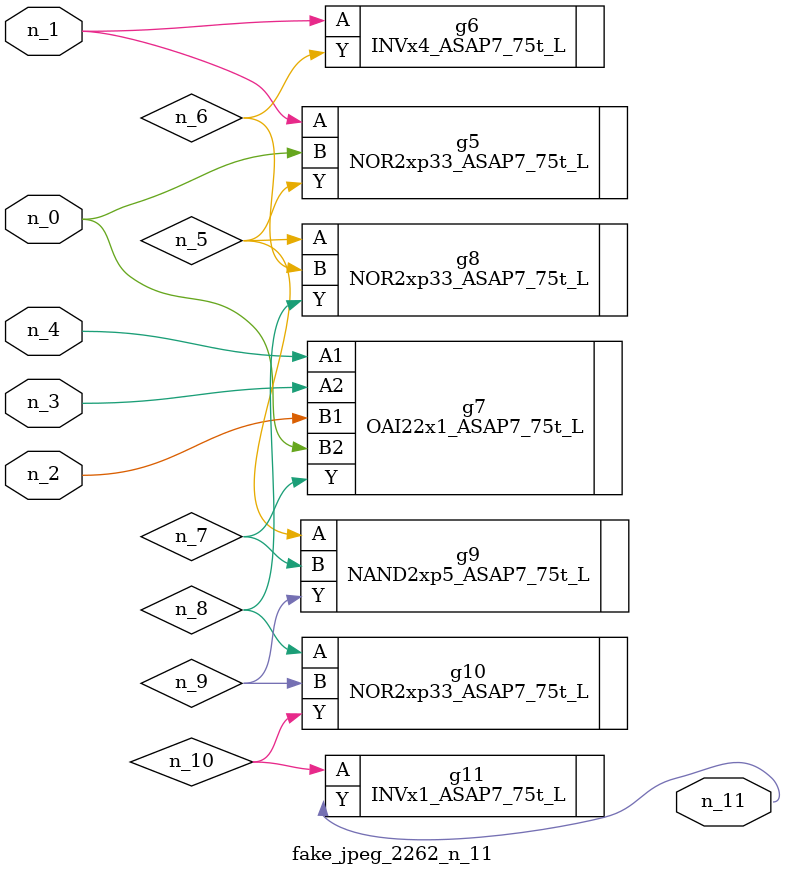
<source format=v>
module fake_jpeg_2262_n_11 (n_3, n_2, n_1, n_0, n_4, n_11);

input n_3;
input n_2;
input n_1;
input n_0;
input n_4;

output n_11;

wire n_10;
wire n_8;
wire n_9;
wire n_6;
wire n_5;
wire n_7;

NOR2xp33_ASAP7_75t_L g5 ( 
.A(n_1),
.B(n_0),
.Y(n_5)
);

INVx4_ASAP7_75t_L g6 ( 
.A(n_1),
.Y(n_6)
);

OAI22x1_ASAP7_75t_L g7 ( 
.A1(n_4),
.A2(n_3),
.B1(n_2),
.B2(n_0),
.Y(n_7)
);

NOR2xp33_ASAP7_75t_L g8 ( 
.A(n_5),
.B(n_6),
.Y(n_8)
);

NOR2xp33_ASAP7_75t_L g10 ( 
.A(n_8),
.B(n_9),
.Y(n_10)
);

NAND2xp5_ASAP7_75t_L g9 ( 
.A(n_5),
.B(n_7),
.Y(n_9)
);

INVx1_ASAP7_75t_L g11 ( 
.A(n_10),
.Y(n_11)
);


endmodule
</source>
